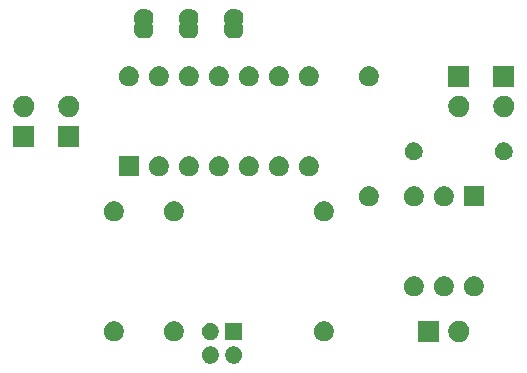
<source format=gbr>
G04 #@! TF.GenerationSoftware,KiCad,Pcbnew,(5.1.5)-3*
G04 #@! TF.CreationDate,2020-04-21T00:00:34+02:00*
G04 #@! TF.ProjectId,Multiplex,4d756c74-6970-46c6-9578-2e6b69636164,rev?*
G04 #@! TF.SameCoordinates,Original*
G04 #@! TF.FileFunction,Soldermask,Top*
G04 #@! TF.FilePolarity,Negative*
%FSLAX46Y46*%
G04 Gerber Fmt 4.6, Leading zero omitted, Abs format (unit mm)*
G04 Created by KiCad (PCBNEW (5.1.5)-3) date 2020-04-21 00:00:34*
%MOMM*%
%LPD*%
G04 APERTURE LIST*
%ADD10C,0.100000*%
G04 APERTURE END LIST*
D10*
G36*
X158961766Y-121951899D02*
G01*
X159093888Y-122006626D01*
X159093890Y-122006627D01*
X159212798Y-122086079D01*
X159313921Y-122187202D01*
X159313922Y-122187204D01*
X159393374Y-122306112D01*
X159448101Y-122438234D01*
X159476000Y-122578494D01*
X159476000Y-122721506D01*
X159448101Y-122861766D01*
X159393374Y-122993888D01*
X159393373Y-122993890D01*
X159313921Y-123112798D01*
X159212798Y-123213921D01*
X159093890Y-123293373D01*
X159093889Y-123293374D01*
X159093888Y-123293374D01*
X158961766Y-123348101D01*
X158821506Y-123376000D01*
X158678494Y-123376000D01*
X158538234Y-123348101D01*
X158406112Y-123293374D01*
X158406111Y-123293374D01*
X158406110Y-123293373D01*
X158287202Y-123213921D01*
X158186079Y-123112798D01*
X158106627Y-122993890D01*
X158106626Y-122993888D01*
X158051899Y-122861766D01*
X158024000Y-122721506D01*
X158024000Y-122578494D01*
X158051899Y-122438234D01*
X158106626Y-122306112D01*
X158186078Y-122187204D01*
X158186079Y-122187202D01*
X158287202Y-122086079D01*
X158406110Y-122006627D01*
X158406112Y-122006626D01*
X158538234Y-121951899D01*
X158678494Y-121924000D01*
X158821506Y-121924000D01*
X158961766Y-121951899D01*
G37*
G36*
X156961766Y-121951899D02*
G01*
X157093888Y-122006626D01*
X157093890Y-122006627D01*
X157212798Y-122086079D01*
X157313921Y-122187202D01*
X157313922Y-122187204D01*
X157393374Y-122306112D01*
X157448101Y-122438234D01*
X157476000Y-122578494D01*
X157476000Y-122721506D01*
X157448101Y-122861766D01*
X157393374Y-122993888D01*
X157393373Y-122993890D01*
X157313921Y-123112798D01*
X157212798Y-123213921D01*
X157093890Y-123293373D01*
X157093889Y-123293374D01*
X157093888Y-123293374D01*
X156961766Y-123348101D01*
X156821506Y-123376000D01*
X156678494Y-123376000D01*
X156538234Y-123348101D01*
X156406112Y-123293374D01*
X156406111Y-123293374D01*
X156406110Y-123293373D01*
X156287202Y-123213921D01*
X156186079Y-123112798D01*
X156106627Y-122993890D01*
X156106626Y-122993888D01*
X156051899Y-122861766D01*
X156024000Y-122721506D01*
X156024000Y-122578494D01*
X156051899Y-122438234D01*
X156106626Y-122306112D01*
X156186078Y-122187204D01*
X156186079Y-122187202D01*
X156287202Y-122086079D01*
X156406110Y-122006627D01*
X156406112Y-122006626D01*
X156538234Y-121951899D01*
X156678494Y-121924000D01*
X156821506Y-121924000D01*
X156961766Y-121951899D01*
G37*
G36*
X176161000Y-121551000D02*
G01*
X174359000Y-121551000D01*
X174359000Y-119749000D01*
X176161000Y-119749000D01*
X176161000Y-121551000D01*
G37*
G36*
X177913512Y-119753927D02*
G01*
X178062812Y-119783624D01*
X178226784Y-119851544D01*
X178374354Y-119950147D01*
X178499853Y-120075646D01*
X178598456Y-120223216D01*
X178666376Y-120387188D01*
X178701000Y-120561259D01*
X178701000Y-120738741D01*
X178666376Y-120912812D01*
X178598456Y-121076784D01*
X178499853Y-121224354D01*
X178374354Y-121349853D01*
X178226784Y-121448456D01*
X178062812Y-121516376D01*
X177913512Y-121546073D01*
X177888742Y-121551000D01*
X177711258Y-121551000D01*
X177686488Y-121546073D01*
X177537188Y-121516376D01*
X177373216Y-121448456D01*
X177225646Y-121349853D01*
X177100147Y-121224354D01*
X177001544Y-121076784D01*
X176933624Y-120912812D01*
X176899000Y-120738741D01*
X176899000Y-120561259D01*
X176933624Y-120387188D01*
X177001544Y-120223216D01*
X177100147Y-120075646D01*
X177225646Y-119950147D01*
X177373216Y-119851544D01*
X177537188Y-119783624D01*
X177686488Y-119753927D01*
X177711258Y-119749000D01*
X177888742Y-119749000D01*
X177913512Y-119753927D01*
G37*
G36*
X166618228Y-119831703D02*
G01*
X166773100Y-119895853D01*
X166912481Y-119988985D01*
X167031015Y-120107519D01*
X167124147Y-120246900D01*
X167188297Y-120401772D01*
X167221000Y-120566184D01*
X167221000Y-120733816D01*
X167188297Y-120898228D01*
X167124147Y-121053100D01*
X167031015Y-121192481D01*
X166912481Y-121311015D01*
X166773100Y-121404147D01*
X166618228Y-121468297D01*
X166453816Y-121501000D01*
X166286184Y-121501000D01*
X166121772Y-121468297D01*
X165966900Y-121404147D01*
X165827519Y-121311015D01*
X165708985Y-121192481D01*
X165615853Y-121053100D01*
X165551703Y-120898228D01*
X165519000Y-120733816D01*
X165519000Y-120566184D01*
X165551703Y-120401772D01*
X165615853Y-120246900D01*
X165708985Y-120107519D01*
X165827519Y-119988985D01*
X165966900Y-119895853D01*
X166121772Y-119831703D01*
X166286184Y-119799000D01*
X166453816Y-119799000D01*
X166618228Y-119831703D01*
G37*
G36*
X153918228Y-119831703D02*
G01*
X154073100Y-119895853D01*
X154212481Y-119988985D01*
X154331015Y-120107519D01*
X154424147Y-120246900D01*
X154488297Y-120401772D01*
X154521000Y-120566184D01*
X154521000Y-120733816D01*
X154488297Y-120898228D01*
X154424147Y-121053100D01*
X154331015Y-121192481D01*
X154212481Y-121311015D01*
X154073100Y-121404147D01*
X153918228Y-121468297D01*
X153753816Y-121501000D01*
X153586184Y-121501000D01*
X153421772Y-121468297D01*
X153266900Y-121404147D01*
X153127519Y-121311015D01*
X153008985Y-121192481D01*
X152915853Y-121053100D01*
X152851703Y-120898228D01*
X152819000Y-120733816D01*
X152819000Y-120566184D01*
X152851703Y-120401772D01*
X152915853Y-120246900D01*
X153008985Y-120107519D01*
X153127519Y-119988985D01*
X153266900Y-119895853D01*
X153421772Y-119831703D01*
X153586184Y-119799000D01*
X153753816Y-119799000D01*
X153918228Y-119831703D01*
G37*
G36*
X148838228Y-119831703D02*
G01*
X148993100Y-119895853D01*
X149132481Y-119988985D01*
X149251015Y-120107519D01*
X149344147Y-120246900D01*
X149408297Y-120401772D01*
X149441000Y-120566184D01*
X149441000Y-120733816D01*
X149408297Y-120898228D01*
X149344147Y-121053100D01*
X149251015Y-121192481D01*
X149132481Y-121311015D01*
X148993100Y-121404147D01*
X148838228Y-121468297D01*
X148673816Y-121501000D01*
X148506184Y-121501000D01*
X148341772Y-121468297D01*
X148186900Y-121404147D01*
X148047519Y-121311015D01*
X147928985Y-121192481D01*
X147835853Y-121053100D01*
X147771703Y-120898228D01*
X147739000Y-120733816D01*
X147739000Y-120566184D01*
X147771703Y-120401772D01*
X147835853Y-120246900D01*
X147928985Y-120107519D01*
X148047519Y-119988985D01*
X148186900Y-119895853D01*
X148341772Y-119831703D01*
X148506184Y-119799000D01*
X148673816Y-119799000D01*
X148838228Y-119831703D01*
G37*
G36*
X159476000Y-121376000D02*
G01*
X158024000Y-121376000D01*
X158024000Y-119924000D01*
X159476000Y-119924000D01*
X159476000Y-121376000D01*
G37*
G36*
X156961766Y-119951899D02*
G01*
X157093888Y-120006626D01*
X157093890Y-120006627D01*
X157212798Y-120086079D01*
X157313921Y-120187202D01*
X157393373Y-120306110D01*
X157393374Y-120306112D01*
X157448101Y-120438234D01*
X157476000Y-120578494D01*
X157476000Y-120721506D01*
X157448101Y-120861766D01*
X157393374Y-120993888D01*
X157393373Y-120993890D01*
X157313921Y-121112798D01*
X157212798Y-121213921D01*
X157093890Y-121293373D01*
X157093889Y-121293374D01*
X157093888Y-121293374D01*
X156961766Y-121348101D01*
X156821506Y-121376000D01*
X156678494Y-121376000D01*
X156538234Y-121348101D01*
X156406112Y-121293374D01*
X156406111Y-121293374D01*
X156406110Y-121293373D01*
X156287202Y-121213921D01*
X156186079Y-121112798D01*
X156106627Y-120993890D01*
X156106626Y-120993888D01*
X156051899Y-120861766D01*
X156024000Y-120721506D01*
X156024000Y-120578494D01*
X156051899Y-120438234D01*
X156106626Y-120306112D01*
X156106627Y-120306110D01*
X156186079Y-120187202D01*
X156287202Y-120086079D01*
X156406110Y-120006627D01*
X156406112Y-120006626D01*
X156538234Y-119951899D01*
X156678494Y-119924000D01*
X156821506Y-119924000D01*
X156961766Y-119951899D01*
G37*
G36*
X179318228Y-116021703D02*
G01*
X179473100Y-116085853D01*
X179612481Y-116178985D01*
X179731015Y-116297519D01*
X179824147Y-116436900D01*
X179888297Y-116591772D01*
X179921000Y-116756184D01*
X179921000Y-116923816D01*
X179888297Y-117088228D01*
X179824147Y-117243100D01*
X179731015Y-117382481D01*
X179612481Y-117501015D01*
X179473100Y-117594147D01*
X179318228Y-117658297D01*
X179153816Y-117691000D01*
X178986184Y-117691000D01*
X178821772Y-117658297D01*
X178666900Y-117594147D01*
X178527519Y-117501015D01*
X178408985Y-117382481D01*
X178315853Y-117243100D01*
X178251703Y-117088228D01*
X178219000Y-116923816D01*
X178219000Y-116756184D01*
X178251703Y-116591772D01*
X178315853Y-116436900D01*
X178408985Y-116297519D01*
X178527519Y-116178985D01*
X178666900Y-116085853D01*
X178821772Y-116021703D01*
X178986184Y-115989000D01*
X179153816Y-115989000D01*
X179318228Y-116021703D01*
G37*
G36*
X176778228Y-116021703D02*
G01*
X176933100Y-116085853D01*
X177072481Y-116178985D01*
X177191015Y-116297519D01*
X177284147Y-116436900D01*
X177348297Y-116591772D01*
X177381000Y-116756184D01*
X177381000Y-116923816D01*
X177348297Y-117088228D01*
X177284147Y-117243100D01*
X177191015Y-117382481D01*
X177072481Y-117501015D01*
X176933100Y-117594147D01*
X176778228Y-117658297D01*
X176613816Y-117691000D01*
X176446184Y-117691000D01*
X176281772Y-117658297D01*
X176126900Y-117594147D01*
X175987519Y-117501015D01*
X175868985Y-117382481D01*
X175775853Y-117243100D01*
X175711703Y-117088228D01*
X175679000Y-116923816D01*
X175679000Y-116756184D01*
X175711703Y-116591772D01*
X175775853Y-116436900D01*
X175868985Y-116297519D01*
X175987519Y-116178985D01*
X176126900Y-116085853D01*
X176281772Y-116021703D01*
X176446184Y-115989000D01*
X176613816Y-115989000D01*
X176778228Y-116021703D01*
G37*
G36*
X174238228Y-116021703D02*
G01*
X174393100Y-116085853D01*
X174532481Y-116178985D01*
X174651015Y-116297519D01*
X174744147Y-116436900D01*
X174808297Y-116591772D01*
X174841000Y-116756184D01*
X174841000Y-116923816D01*
X174808297Y-117088228D01*
X174744147Y-117243100D01*
X174651015Y-117382481D01*
X174532481Y-117501015D01*
X174393100Y-117594147D01*
X174238228Y-117658297D01*
X174073816Y-117691000D01*
X173906184Y-117691000D01*
X173741772Y-117658297D01*
X173586900Y-117594147D01*
X173447519Y-117501015D01*
X173328985Y-117382481D01*
X173235853Y-117243100D01*
X173171703Y-117088228D01*
X173139000Y-116923816D01*
X173139000Y-116756184D01*
X173171703Y-116591772D01*
X173235853Y-116436900D01*
X173328985Y-116297519D01*
X173447519Y-116178985D01*
X173586900Y-116085853D01*
X173741772Y-116021703D01*
X173906184Y-115989000D01*
X174073816Y-115989000D01*
X174238228Y-116021703D01*
G37*
G36*
X166618228Y-109671703D02*
G01*
X166773100Y-109735853D01*
X166912481Y-109828985D01*
X167031015Y-109947519D01*
X167124147Y-110086900D01*
X167188297Y-110241772D01*
X167221000Y-110406184D01*
X167221000Y-110573816D01*
X167188297Y-110738228D01*
X167124147Y-110893100D01*
X167031015Y-111032481D01*
X166912481Y-111151015D01*
X166773100Y-111244147D01*
X166618228Y-111308297D01*
X166453816Y-111341000D01*
X166286184Y-111341000D01*
X166121772Y-111308297D01*
X165966900Y-111244147D01*
X165827519Y-111151015D01*
X165708985Y-111032481D01*
X165615853Y-110893100D01*
X165551703Y-110738228D01*
X165519000Y-110573816D01*
X165519000Y-110406184D01*
X165551703Y-110241772D01*
X165615853Y-110086900D01*
X165708985Y-109947519D01*
X165827519Y-109828985D01*
X165966900Y-109735853D01*
X166121772Y-109671703D01*
X166286184Y-109639000D01*
X166453816Y-109639000D01*
X166618228Y-109671703D01*
G37*
G36*
X148838228Y-109671703D02*
G01*
X148993100Y-109735853D01*
X149132481Y-109828985D01*
X149251015Y-109947519D01*
X149344147Y-110086900D01*
X149408297Y-110241772D01*
X149441000Y-110406184D01*
X149441000Y-110573816D01*
X149408297Y-110738228D01*
X149344147Y-110893100D01*
X149251015Y-111032481D01*
X149132481Y-111151015D01*
X148993100Y-111244147D01*
X148838228Y-111308297D01*
X148673816Y-111341000D01*
X148506184Y-111341000D01*
X148341772Y-111308297D01*
X148186900Y-111244147D01*
X148047519Y-111151015D01*
X147928985Y-111032481D01*
X147835853Y-110893100D01*
X147771703Y-110738228D01*
X147739000Y-110573816D01*
X147739000Y-110406184D01*
X147771703Y-110241772D01*
X147835853Y-110086900D01*
X147928985Y-109947519D01*
X148047519Y-109828985D01*
X148186900Y-109735853D01*
X148341772Y-109671703D01*
X148506184Y-109639000D01*
X148673816Y-109639000D01*
X148838228Y-109671703D01*
G37*
G36*
X153918228Y-109671703D02*
G01*
X154073100Y-109735853D01*
X154212481Y-109828985D01*
X154331015Y-109947519D01*
X154424147Y-110086900D01*
X154488297Y-110241772D01*
X154521000Y-110406184D01*
X154521000Y-110573816D01*
X154488297Y-110738228D01*
X154424147Y-110893100D01*
X154331015Y-111032481D01*
X154212481Y-111151015D01*
X154073100Y-111244147D01*
X153918228Y-111308297D01*
X153753816Y-111341000D01*
X153586184Y-111341000D01*
X153421772Y-111308297D01*
X153266900Y-111244147D01*
X153127519Y-111151015D01*
X153008985Y-111032481D01*
X152915853Y-110893100D01*
X152851703Y-110738228D01*
X152819000Y-110573816D01*
X152819000Y-110406184D01*
X152851703Y-110241772D01*
X152915853Y-110086900D01*
X153008985Y-109947519D01*
X153127519Y-109828985D01*
X153266900Y-109735853D01*
X153421772Y-109671703D01*
X153586184Y-109639000D01*
X153753816Y-109639000D01*
X153918228Y-109671703D01*
G37*
G36*
X170428228Y-108401703D02*
G01*
X170583100Y-108465853D01*
X170722481Y-108558985D01*
X170841015Y-108677519D01*
X170934147Y-108816900D01*
X170998297Y-108971772D01*
X171031000Y-109136184D01*
X171031000Y-109303816D01*
X170998297Y-109468228D01*
X170934147Y-109623100D01*
X170841015Y-109762481D01*
X170722481Y-109881015D01*
X170583100Y-109974147D01*
X170428228Y-110038297D01*
X170263816Y-110071000D01*
X170096184Y-110071000D01*
X169931772Y-110038297D01*
X169776900Y-109974147D01*
X169637519Y-109881015D01*
X169518985Y-109762481D01*
X169425853Y-109623100D01*
X169361703Y-109468228D01*
X169329000Y-109303816D01*
X169329000Y-109136184D01*
X169361703Y-108971772D01*
X169425853Y-108816900D01*
X169518985Y-108677519D01*
X169637519Y-108558985D01*
X169776900Y-108465853D01*
X169931772Y-108401703D01*
X170096184Y-108369000D01*
X170263816Y-108369000D01*
X170428228Y-108401703D01*
G37*
G36*
X179921000Y-110071000D02*
G01*
X178219000Y-110071000D01*
X178219000Y-108369000D01*
X179921000Y-108369000D01*
X179921000Y-110071000D01*
G37*
G36*
X176778228Y-108401703D02*
G01*
X176933100Y-108465853D01*
X177072481Y-108558985D01*
X177191015Y-108677519D01*
X177284147Y-108816900D01*
X177348297Y-108971772D01*
X177381000Y-109136184D01*
X177381000Y-109303816D01*
X177348297Y-109468228D01*
X177284147Y-109623100D01*
X177191015Y-109762481D01*
X177072481Y-109881015D01*
X176933100Y-109974147D01*
X176778228Y-110038297D01*
X176613816Y-110071000D01*
X176446184Y-110071000D01*
X176281772Y-110038297D01*
X176126900Y-109974147D01*
X175987519Y-109881015D01*
X175868985Y-109762481D01*
X175775853Y-109623100D01*
X175711703Y-109468228D01*
X175679000Y-109303816D01*
X175679000Y-109136184D01*
X175711703Y-108971772D01*
X175775853Y-108816900D01*
X175868985Y-108677519D01*
X175987519Y-108558985D01*
X176126900Y-108465853D01*
X176281772Y-108401703D01*
X176446184Y-108369000D01*
X176613816Y-108369000D01*
X176778228Y-108401703D01*
G37*
G36*
X174238228Y-108401703D02*
G01*
X174393100Y-108465853D01*
X174532481Y-108558985D01*
X174651015Y-108677519D01*
X174744147Y-108816900D01*
X174808297Y-108971772D01*
X174841000Y-109136184D01*
X174841000Y-109303816D01*
X174808297Y-109468228D01*
X174744147Y-109623100D01*
X174651015Y-109762481D01*
X174532481Y-109881015D01*
X174393100Y-109974147D01*
X174238228Y-110038297D01*
X174073816Y-110071000D01*
X173906184Y-110071000D01*
X173741772Y-110038297D01*
X173586900Y-109974147D01*
X173447519Y-109881015D01*
X173328985Y-109762481D01*
X173235853Y-109623100D01*
X173171703Y-109468228D01*
X173139000Y-109303816D01*
X173139000Y-109136184D01*
X173171703Y-108971772D01*
X173235853Y-108816900D01*
X173328985Y-108677519D01*
X173447519Y-108558985D01*
X173586900Y-108465853D01*
X173741772Y-108401703D01*
X173906184Y-108369000D01*
X174073816Y-108369000D01*
X174238228Y-108401703D01*
G37*
G36*
X152648228Y-105861703D02*
G01*
X152803100Y-105925853D01*
X152942481Y-106018985D01*
X153061015Y-106137519D01*
X153154147Y-106276900D01*
X153218297Y-106431772D01*
X153251000Y-106596184D01*
X153251000Y-106763816D01*
X153218297Y-106928228D01*
X153154147Y-107083100D01*
X153061015Y-107222481D01*
X152942481Y-107341015D01*
X152803100Y-107434147D01*
X152648228Y-107498297D01*
X152483816Y-107531000D01*
X152316184Y-107531000D01*
X152151772Y-107498297D01*
X151996900Y-107434147D01*
X151857519Y-107341015D01*
X151738985Y-107222481D01*
X151645853Y-107083100D01*
X151581703Y-106928228D01*
X151549000Y-106763816D01*
X151549000Y-106596184D01*
X151581703Y-106431772D01*
X151645853Y-106276900D01*
X151738985Y-106137519D01*
X151857519Y-106018985D01*
X151996900Y-105925853D01*
X152151772Y-105861703D01*
X152316184Y-105829000D01*
X152483816Y-105829000D01*
X152648228Y-105861703D01*
G37*
G36*
X155188228Y-105861703D02*
G01*
X155343100Y-105925853D01*
X155482481Y-106018985D01*
X155601015Y-106137519D01*
X155694147Y-106276900D01*
X155758297Y-106431772D01*
X155791000Y-106596184D01*
X155791000Y-106763816D01*
X155758297Y-106928228D01*
X155694147Y-107083100D01*
X155601015Y-107222481D01*
X155482481Y-107341015D01*
X155343100Y-107434147D01*
X155188228Y-107498297D01*
X155023816Y-107531000D01*
X154856184Y-107531000D01*
X154691772Y-107498297D01*
X154536900Y-107434147D01*
X154397519Y-107341015D01*
X154278985Y-107222481D01*
X154185853Y-107083100D01*
X154121703Y-106928228D01*
X154089000Y-106763816D01*
X154089000Y-106596184D01*
X154121703Y-106431772D01*
X154185853Y-106276900D01*
X154278985Y-106137519D01*
X154397519Y-106018985D01*
X154536900Y-105925853D01*
X154691772Y-105861703D01*
X154856184Y-105829000D01*
X155023816Y-105829000D01*
X155188228Y-105861703D01*
G37*
G36*
X157728228Y-105861703D02*
G01*
X157883100Y-105925853D01*
X158022481Y-106018985D01*
X158141015Y-106137519D01*
X158234147Y-106276900D01*
X158298297Y-106431772D01*
X158331000Y-106596184D01*
X158331000Y-106763816D01*
X158298297Y-106928228D01*
X158234147Y-107083100D01*
X158141015Y-107222481D01*
X158022481Y-107341015D01*
X157883100Y-107434147D01*
X157728228Y-107498297D01*
X157563816Y-107531000D01*
X157396184Y-107531000D01*
X157231772Y-107498297D01*
X157076900Y-107434147D01*
X156937519Y-107341015D01*
X156818985Y-107222481D01*
X156725853Y-107083100D01*
X156661703Y-106928228D01*
X156629000Y-106763816D01*
X156629000Y-106596184D01*
X156661703Y-106431772D01*
X156725853Y-106276900D01*
X156818985Y-106137519D01*
X156937519Y-106018985D01*
X157076900Y-105925853D01*
X157231772Y-105861703D01*
X157396184Y-105829000D01*
X157563816Y-105829000D01*
X157728228Y-105861703D01*
G37*
G36*
X162808228Y-105861703D02*
G01*
X162963100Y-105925853D01*
X163102481Y-106018985D01*
X163221015Y-106137519D01*
X163314147Y-106276900D01*
X163378297Y-106431772D01*
X163411000Y-106596184D01*
X163411000Y-106763816D01*
X163378297Y-106928228D01*
X163314147Y-107083100D01*
X163221015Y-107222481D01*
X163102481Y-107341015D01*
X162963100Y-107434147D01*
X162808228Y-107498297D01*
X162643816Y-107531000D01*
X162476184Y-107531000D01*
X162311772Y-107498297D01*
X162156900Y-107434147D01*
X162017519Y-107341015D01*
X161898985Y-107222481D01*
X161805853Y-107083100D01*
X161741703Y-106928228D01*
X161709000Y-106763816D01*
X161709000Y-106596184D01*
X161741703Y-106431772D01*
X161805853Y-106276900D01*
X161898985Y-106137519D01*
X162017519Y-106018985D01*
X162156900Y-105925853D01*
X162311772Y-105861703D01*
X162476184Y-105829000D01*
X162643816Y-105829000D01*
X162808228Y-105861703D01*
G37*
G36*
X165348228Y-105861703D02*
G01*
X165503100Y-105925853D01*
X165642481Y-106018985D01*
X165761015Y-106137519D01*
X165854147Y-106276900D01*
X165918297Y-106431772D01*
X165951000Y-106596184D01*
X165951000Y-106763816D01*
X165918297Y-106928228D01*
X165854147Y-107083100D01*
X165761015Y-107222481D01*
X165642481Y-107341015D01*
X165503100Y-107434147D01*
X165348228Y-107498297D01*
X165183816Y-107531000D01*
X165016184Y-107531000D01*
X164851772Y-107498297D01*
X164696900Y-107434147D01*
X164557519Y-107341015D01*
X164438985Y-107222481D01*
X164345853Y-107083100D01*
X164281703Y-106928228D01*
X164249000Y-106763816D01*
X164249000Y-106596184D01*
X164281703Y-106431772D01*
X164345853Y-106276900D01*
X164438985Y-106137519D01*
X164557519Y-106018985D01*
X164696900Y-105925853D01*
X164851772Y-105861703D01*
X165016184Y-105829000D01*
X165183816Y-105829000D01*
X165348228Y-105861703D01*
G37*
G36*
X150711000Y-107531000D02*
G01*
X149009000Y-107531000D01*
X149009000Y-105829000D01*
X150711000Y-105829000D01*
X150711000Y-107531000D01*
G37*
G36*
X160268228Y-105861703D02*
G01*
X160423100Y-105925853D01*
X160562481Y-106018985D01*
X160681015Y-106137519D01*
X160774147Y-106276900D01*
X160838297Y-106431772D01*
X160871000Y-106596184D01*
X160871000Y-106763816D01*
X160838297Y-106928228D01*
X160774147Y-107083100D01*
X160681015Y-107222481D01*
X160562481Y-107341015D01*
X160423100Y-107434147D01*
X160268228Y-107498297D01*
X160103816Y-107531000D01*
X159936184Y-107531000D01*
X159771772Y-107498297D01*
X159616900Y-107434147D01*
X159477519Y-107341015D01*
X159358985Y-107222481D01*
X159265853Y-107083100D01*
X159201703Y-106928228D01*
X159169000Y-106763816D01*
X159169000Y-106596184D01*
X159201703Y-106431772D01*
X159265853Y-106276900D01*
X159358985Y-106137519D01*
X159477519Y-106018985D01*
X159616900Y-105925853D01*
X159771772Y-105861703D01*
X159936184Y-105829000D01*
X160103816Y-105829000D01*
X160268228Y-105861703D01*
G37*
G36*
X181829059Y-104687860D02*
G01*
X181965732Y-104744472D01*
X182088735Y-104826660D01*
X182193340Y-104931265D01*
X182275528Y-105054268D01*
X182332140Y-105190941D01*
X182361000Y-105336033D01*
X182361000Y-105483967D01*
X182332140Y-105629059D01*
X182275528Y-105765732D01*
X182193340Y-105888735D01*
X182088735Y-105993340D01*
X181965732Y-106075528D01*
X181965731Y-106075529D01*
X181965730Y-106075529D01*
X181829059Y-106132140D01*
X181683968Y-106161000D01*
X181536032Y-106161000D01*
X181390941Y-106132140D01*
X181254270Y-106075529D01*
X181254269Y-106075529D01*
X181254268Y-106075528D01*
X181131265Y-105993340D01*
X181026660Y-105888735D01*
X180944472Y-105765732D01*
X180887860Y-105629059D01*
X180859000Y-105483967D01*
X180859000Y-105336033D01*
X180887860Y-105190941D01*
X180944472Y-105054268D01*
X181026660Y-104931265D01*
X181131265Y-104826660D01*
X181254268Y-104744472D01*
X181390941Y-104687860D01*
X181536032Y-104659000D01*
X181683968Y-104659000D01*
X181829059Y-104687860D01*
G37*
G36*
X174209059Y-104687860D02*
G01*
X174345732Y-104744472D01*
X174468735Y-104826660D01*
X174573340Y-104931265D01*
X174655528Y-105054268D01*
X174712140Y-105190941D01*
X174741000Y-105336033D01*
X174741000Y-105483967D01*
X174712140Y-105629059D01*
X174655528Y-105765732D01*
X174573340Y-105888735D01*
X174468735Y-105993340D01*
X174345732Y-106075528D01*
X174345731Y-106075529D01*
X174345730Y-106075529D01*
X174209059Y-106132140D01*
X174063968Y-106161000D01*
X173916032Y-106161000D01*
X173770941Y-106132140D01*
X173634270Y-106075529D01*
X173634269Y-106075529D01*
X173634268Y-106075528D01*
X173511265Y-105993340D01*
X173406660Y-105888735D01*
X173324472Y-105765732D01*
X173267860Y-105629059D01*
X173239000Y-105483967D01*
X173239000Y-105336033D01*
X173267860Y-105190941D01*
X173324472Y-105054268D01*
X173406660Y-104931265D01*
X173511265Y-104826660D01*
X173634268Y-104744472D01*
X173770941Y-104687860D01*
X173916032Y-104659000D01*
X174063968Y-104659000D01*
X174209059Y-104687860D01*
G37*
G36*
X141871000Y-105041000D02*
G01*
X140069000Y-105041000D01*
X140069000Y-103239000D01*
X141871000Y-103239000D01*
X141871000Y-105041000D01*
G37*
G36*
X145681000Y-105041000D02*
G01*
X143879000Y-105041000D01*
X143879000Y-103239000D01*
X145681000Y-103239000D01*
X145681000Y-105041000D01*
G37*
G36*
X177913512Y-100703927D02*
G01*
X178062812Y-100733624D01*
X178226784Y-100801544D01*
X178374354Y-100900147D01*
X178499853Y-101025646D01*
X178598456Y-101173216D01*
X178666376Y-101337188D01*
X178701000Y-101511259D01*
X178701000Y-101688741D01*
X178666376Y-101862812D01*
X178598456Y-102026784D01*
X178499853Y-102174354D01*
X178374354Y-102299853D01*
X178226784Y-102398456D01*
X178062812Y-102466376D01*
X177913512Y-102496073D01*
X177888742Y-102501000D01*
X177711258Y-102501000D01*
X177686488Y-102496073D01*
X177537188Y-102466376D01*
X177373216Y-102398456D01*
X177225646Y-102299853D01*
X177100147Y-102174354D01*
X177001544Y-102026784D01*
X176933624Y-101862812D01*
X176899000Y-101688741D01*
X176899000Y-101511259D01*
X176933624Y-101337188D01*
X177001544Y-101173216D01*
X177100147Y-101025646D01*
X177225646Y-100900147D01*
X177373216Y-100801544D01*
X177537188Y-100733624D01*
X177686488Y-100703927D01*
X177711258Y-100699000D01*
X177888742Y-100699000D01*
X177913512Y-100703927D01*
G37*
G36*
X181723512Y-100703927D02*
G01*
X181872812Y-100733624D01*
X182036784Y-100801544D01*
X182184354Y-100900147D01*
X182309853Y-101025646D01*
X182408456Y-101173216D01*
X182476376Y-101337188D01*
X182511000Y-101511259D01*
X182511000Y-101688741D01*
X182476376Y-101862812D01*
X182408456Y-102026784D01*
X182309853Y-102174354D01*
X182184354Y-102299853D01*
X182036784Y-102398456D01*
X181872812Y-102466376D01*
X181723512Y-102496073D01*
X181698742Y-102501000D01*
X181521258Y-102501000D01*
X181496488Y-102496073D01*
X181347188Y-102466376D01*
X181183216Y-102398456D01*
X181035646Y-102299853D01*
X180910147Y-102174354D01*
X180811544Y-102026784D01*
X180743624Y-101862812D01*
X180709000Y-101688741D01*
X180709000Y-101511259D01*
X180743624Y-101337188D01*
X180811544Y-101173216D01*
X180910147Y-101025646D01*
X181035646Y-100900147D01*
X181183216Y-100801544D01*
X181347188Y-100733624D01*
X181496488Y-100703927D01*
X181521258Y-100699000D01*
X181698742Y-100699000D01*
X181723512Y-100703927D01*
G37*
G36*
X141083512Y-100703927D02*
G01*
X141232812Y-100733624D01*
X141396784Y-100801544D01*
X141544354Y-100900147D01*
X141669853Y-101025646D01*
X141768456Y-101173216D01*
X141836376Y-101337188D01*
X141871000Y-101511259D01*
X141871000Y-101688741D01*
X141836376Y-101862812D01*
X141768456Y-102026784D01*
X141669853Y-102174354D01*
X141544354Y-102299853D01*
X141396784Y-102398456D01*
X141232812Y-102466376D01*
X141083512Y-102496073D01*
X141058742Y-102501000D01*
X140881258Y-102501000D01*
X140856488Y-102496073D01*
X140707188Y-102466376D01*
X140543216Y-102398456D01*
X140395646Y-102299853D01*
X140270147Y-102174354D01*
X140171544Y-102026784D01*
X140103624Y-101862812D01*
X140069000Y-101688741D01*
X140069000Y-101511259D01*
X140103624Y-101337188D01*
X140171544Y-101173216D01*
X140270147Y-101025646D01*
X140395646Y-100900147D01*
X140543216Y-100801544D01*
X140707188Y-100733624D01*
X140856488Y-100703927D01*
X140881258Y-100699000D01*
X141058742Y-100699000D01*
X141083512Y-100703927D01*
G37*
G36*
X144893512Y-100703927D02*
G01*
X145042812Y-100733624D01*
X145206784Y-100801544D01*
X145354354Y-100900147D01*
X145479853Y-101025646D01*
X145578456Y-101173216D01*
X145646376Y-101337188D01*
X145681000Y-101511259D01*
X145681000Y-101688741D01*
X145646376Y-101862812D01*
X145578456Y-102026784D01*
X145479853Y-102174354D01*
X145354354Y-102299853D01*
X145206784Y-102398456D01*
X145042812Y-102466376D01*
X144893512Y-102496073D01*
X144868742Y-102501000D01*
X144691258Y-102501000D01*
X144666488Y-102496073D01*
X144517188Y-102466376D01*
X144353216Y-102398456D01*
X144205646Y-102299853D01*
X144080147Y-102174354D01*
X143981544Y-102026784D01*
X143913624Y-101862812D01*
X143879000Y-101688741D01*
X143879000Y-101511259D01*
X143913624Y-101337188D01*
X143981544Y-101173216D01*
X144080147Y-101025646D01*
X144205646Y-100900147D01*
X144353216Y-100801544D01*
X144517188Y-100733624D01*
X144666488Y-100703927D01*
X144691258Y-100699000D01*
X144868742Y-100699000D01*
X144893512Y-100703927D01*
G37*
G36*
X178701000Y-99961000D02*
G01*
X176899000Y-99961000D01*
X176899000Y-98159000D01*
X178701000Y-98159000D01*
X178701000Y-99961000D01*
G37*
G36*
X182511000Y-99961000D02*
G01*
X180709000Y-99961000D01*
X180709000Y-98159000D01*
X182511000Y-98159000D01*
X182511000Y-99961000D01*
G37*
G36*
X152648228Y-98241703D02*
G01*
X152803100Y-98305853D01*
X152942481Y-98398985D01*
X153061015Y-98517519D01*
X153154147Y-98656900D01*
X153218297Y-98811772D01*
X153251000Y-98976184D01*
X153251000Y-99143816D01*
X153218297Y-99308228D01*
X153154147Y-99463100D01*
X153061015Y-99602481D01*
X152942481Y-99721015D01*
X152803100Y-99814147D01*
X152648228Y-99878297D01*
X152483816Y-99911000D01*
X152316184Y-99911000D01*
X152151772Y-99878297D01*
X151996900Y-99814147D01*
X151857519Y-99721015D01*
X151738985Y-99602481D01*
X151645853Y-99463100D01*
X151581703Y-99308228D01*
X151549000Y-99143816D01*
X151549000Y-98976184D01*
X151581703Y-98811772D01*
X151645853Y-98656900D01*
X151738985Y-98517519D01*
X151857519Y-98398985D01*
X151996900Y-98305853D01*
X152151772Y-98241703D01*
X152316184Y-98209000D01*
X152483816Y-98209000D01*
X152648228Y-98241703D01*
G37*
G36*
X155188228Y-98241703D02*
G01*
X155343100Y-98305853D01*
X155482481Y-98398985D01*
X155601015Y-98517519D01*
X155694147Y-98656900D01*
X155758297Y-98811772D01*
X155791000Y-98976184D01*
X155791000Y-99143816D01*
X155758297Y-99308228D01*
X155694147Y-99463100D01*
X155601015Y-99602481D01*
X155482481Y-99721015D01*
X155343100Y-99814147D01*
X155188228Y-99878297D01*
X155023816Y-99911000D01*
X154856184Y-99911000D01*
X154691772Y-99878297D01*
X154536900Y-99814147D01*
X154397519Y-99721015D01*
X154278985Y-99602481D01*
X154185853Y-99463100D01*
X154121703Y-99308228D01*
X154089000Y-99143816D01*
X154089000Y-98976184D01*
X154121703Y-98811772D01*
X154185853Y-98656900D01*
X154278985Y-98517519D01*
X154397519Y-98398985D01*
X154536900Y-98305853D01*
X154691772Y-98241703D01*
X154856184Y-98209000D01*
X155023816Y-98209000D01*
X155188228Y-98241703D01*
G37*
G36*
X157728228Y-98241703D02*
G01*
X157883100Y-98305853D01*
X158022481Y-98398985D01*
X158141015Y-98517519D01*
X158234147Y-98656900D01*
X158298297Y-98811772D01*
X158331000Y-98976184D01*
X158331000Y-99143816D01*
X158298297Y-99308228D01*
X158234147Y-99463100D01*
X158141015Y-99602481D01*
X158022481Y-99721015D01*
X157883100Y-99814147D01*
X157728228Y-99878297D01*
X157563816Y-99911000D01*
X157396184Y-99911000D01*
X157231772Y-99878297D01*
X157076900Y-99814147D01*
X156937519Y-99721015D01*
X156818985Y-99602481D01*
X156725853Y-99463100D01*
X156661703Y-99308228D01*
X156629000Y-99143816D01*
X156629000Y-98976184D01*
X156661703Y-98811772D01*
X156725853Y-98656900D01*
X156818985Y-98517519D01*
X156937519Y-98398985D01*
X157076900Y-98305853D01*
X157231772Y-98241703D01*
X157396184Y-98209000D01*
X157563816Y-98209000D01*
X157728228Y-98241703D01*
G37*
G36*
X160268228Y-98241703D02*
G01*
X160423100Y-98305853D01*
X160562481Y-98398985D01*
X160681015Y-98517519D01*
X160774147Y-98656900D01*
X160838297Y-98811772D01*
X160871000Y-98976184D01*
X160871000Y-99143816D01*
X160838297Y-99308228D01*
X160774147Y-99463100D01*
X160681015Y-99602481D01*
X160562481Y-99721015D01*
X160423100Y-99814147D01*
X160268228Y-99878297D01*
X160103816Y-99911000D01*
X159936184Y-99911000D01*
X159771772Y-99878297D01*
X159616900Y-99814147D01*
X159477519Y-99721015D01*
X159358985Y-99602481D01*
X159265853Y-99463100D01*
X159201703Y-99308228D01*
X159169000Y-99143816D01*
X159169000Y-98976184D01*
X159201703Y-98811772D01*
X159265853Y-98656900D01*
X159358985Y-98517519D01*
X159477519Y-98398985D01*
X159616900Y-98305853D01*
X159771772Y-98241703D01*
X159936184Y-98209000D01*
X160103816Y-98209000D01*
X160268228Y-98241703D01*
G37*
G36*
X162808228Y-98241703D02*
G01*
X162963100Y-98305853D01*
X163102481Y-98398985D01*
X163221015Y-98517519D01*
X163314147Y-98656900D01*
X163378297Y-98811772D01*
X163411000Y-98976184D01*
X163411000Y-99143816D01*
X163378297Y-99308228D01*
X163314147Y-99463100D01*
X163221015Y-99602481D01*
X163102481Y-99721015D01*
X162963100Y-99814147D01*
X162808228Y-99878297D01*
X162643816Y-99911000D01*
X162476184Y-99911000D01*
X162311772Y-99878297D01*
X162156900Y-99814147D01*
X162017519Y-99721015D01*
X161898985Y-99602481D01*
X161805853Y-99463100D01*
X161741703Y-99308228D01*
X161709000Y-99143816D01*
X161709000Y-98976184D01*
X161741703Y-98811772D01*
X161805853Y-98656900D01*
X161898985Y-98517519D01*
X162017519Y-98398985D01*
X162156900Y-98305853D01*
X162311772Y-98241703D01*
X162476184Y-98209000D01*
X162643816Y-98209000D01*
X162808228Y-98241703D01*
G37*
G36*
X165348228Y-98241703D02*
G01*
X165503100Y-98305853D01*
X165642481Y-98398985D01*
X165761015Y-98517519D01*
X165854147Y-98656900D01*
X165918297Y-98811772D01*
X165951000Y-98976184D01*
X165951000Y-99143816D01*
X165918297Y-99308228D01*
X165854147Y-99463100D01*
X165761015Y-99602481D01*
X165642481Y-99721015D01*
X165503100Y-99814147D01*
X165348228Y-99878297D01*
X165183816Y-99911000D01*
X165016184Y-99911000D01*
X164851772Y-99878297D01*
X164696900Y-99814147D01*
X164557519Y-99721015D01*
X164438985Y-99602481D01*
X164345853Y-99463100D01*
X164281703Y-99308228D01*
X164249000Y-99143816D01*
X164249000Y-98976184D01*
X164281703Y-98811772D01*
X164345853Y-98656900D01*
X164438985Y-98517519D01*
X164557519Y-98398985D01*
X164696900Y-98305853D01*
X164851772Y-98241703D01*
X165016184Y-98209000D01*
X165183816Y-98209000D01*
X165348228Y-98241703D01*
G37*
G36*
X150108228Y-98241703D02*
G01*
X150263100Y-98305853D01*
X150402481Y-98398985D01*
X150521015Y-98517519D01*
X150614147Y-98656900D01*
X150678297Y-98811772D01*
X150711000Y-98976184D01*
X150711000Y-99143816D01*
X150678297Y-99308228D01*
X150614147Y-99463100D01*
X150521015Y-99602481D01*
X150402481Y-99721015D01*
X150263100Y-99814147D01*
X150108228Y-99878297D01*
X149943816Y-99911000D01*
X149776184Y-99911000D01*
X149611772Y-99878297D01*
X149456900Y-99814147D01*
X149317519Y-99721015D01*
X149198985Y-99602481D01*
X149105853Y-99463100D01*
X149041703Y-99308228D01*
X149009000Y-99143816D01*
X149009000Y-98976184D01*
X149041703Y-98811772D01*
X149105853Y-98656900D01*
X149198985Y-98517519D01*
X149317519Y-98398985D01*
X149456900Y-98305853D01*
X149611772Y-98241703D01*
X149776184Y-98209000D01*
X149943816Y-98209000D01*
X150108228Y-98241703D01*
G37*
G36*
X170428228Y-98241703D02*
G01*
X170583100Y-98305853D01*
X170722481Y-98398985D01*
X170841015Y-98517519D01*
X170934147Y-98656900D01*
X170998297Y-98811772D01*
X171031000Y-98976184D01*
X171031000Y-99143816D01*
X170998297Y-99308228D01*
X170934147Y-99463100D01*
X170841015Y-99602481D01*
X170722481Y-99721015D01*
X170583100Y-99814147D01*
X170428228Y-99878297D01*
X170263816Y-99911000D01*
X170096184Y-99911000D01*
X169931772Y-99878297D01*
X169776900Y-99814147D01*
X169637519Y-99721015D01*
X169518985Y-99602481D01*
X169425853Y-99463100D01*
X169361703Y-99308228D01*
X169329000Y-99143816D01*
X169329000Y-98976184D01*
X169361703Y-98811772D01*
X169425853Y-98656900D01*
X169518985Y-98517519D01*
X169637519Y-98398985D01*
X169776900Y-98305853D01*
X169931772Y-98241703D01*
X170096184Y-98209000D01*
X170263816Y-98209000D01*
X170428228Y-98241703D01*
G37*
G36*
X155202199Y-93399954D02*
G01*
X155214450Y-93400556D01*
X155232869Y-93400556D01*
X155255149Y-93402750D01*
X155339233Y-93419476D01*
X155360660Y-93425976D01*
X155439858Y-93458780D01*
X155445303Y-93461691D01*
X155445309Y-93461693D01*
X155454169Y-93466429D01*
X155454173Y-93466432D01*
X155459614Y-93469340D01*
X155530899Y-93516971D01*
X155548204Y-93531172D01*
X155608828Y-93591796D01*
X155623029Y-93609101D01*
X155670660Y-93680386D01*
X155673568Y-93685827D01*
X155673571Y-93685831D01*
X155678307Y-93694691D01*
X155678309Y-93694697D01*
X155681220Y-93700142D01*
X155714024Y-93779340D01*
X155720524Y-93800767D01*
X155737250Y-93884851D01*
X155739444Y-93907131D01*
X155739444Y-93925550D01*
X155740046Y-93937801D01*
X155741852Y-93956139D01*
X155741852Y-94443860D01*
X155740263Y-94459999D01*
X155737348Y-94469608D01*
X155732610Y-94478472D01*
X155726237Y-94486237D01*
X155713794Y-94496448D01*
X155703425Y-94503378D01*
X155686098Y-94520705D01*
X155672485Y-94541080D01*
X155663109Y-94563720D01*
X155658329Y-94587753D01*
X155658330Y-94612257D01*
X155663112Y-94636290D01*
X155672490Y-94658929D01*
X155686105Y-94679302D01*
X155703432Y-94696629D01*
X155713802Y-94703558D01*
X155726237Y-94713763D01*
X155732610Y-94721528D01*
X155737348Y-94730392D01*
X155740263Y-94740001D01*
X155741852Y-94756140D01*
X155741852Y-95243862D01*
X155740046Y-95262199D01*
X155739444Y-95274450D01*
X155739444Y-95292869D01*
X155737250Y-95315149D01*
X155720524Y-95399233D01*
X155714024Y-95420660D01*
X155681220Y-95499858D01*
X155678309Y-95505303D01*
X155678307Y-95505309D01*
X155673571Y-95514169D01*
X155673568Y-95514173D01*
X155670660Y-95519614D01*
X155623029Y-95590899D01*
X155608828Y-95608204D01*
X155548204Y-95668828D01*
X155530899Y-95683029D01*
X155459614Y-95730660D01*
X155454173Y-95733568D01*
X155454169Y-95733571D01*
X155445309Y-95738307D01*
X155445303Y-95738309D01*
X155439858Y-95741220D01*
X155360660Y-95774024D01*
X155339233Y-95780524D01*
X155255149Y-95797250D01*
X155232869Y-95799444D01*
X155214450Y-95799444D01*
X155202199Y-95800046D01*
X155183862Y-95801852D01*
X154696138Y-95801852D01*
X154677801Y-95800046D01*
X154665550Y-95799444D01*
X154647131Y-95799444D01*
X154624851Y-95797250D01*
X154540767Y-95780524D01*
X154519340Y-95774024D01*
X154440142Y-95741220D01*
X154434697Y-95738309D01*
X154434691Y-95738307D01*
X154425831Y-95733571D01*
X154425827Y-95733568D01*
X154420386Y-95730660D01*
X154349101Y-95683029D01*
X154331796Y-95668828D01*
X154271172Y-95608204D01*
X154256971Y-95590899D01*
X154209340Y-95519614D01*
X154206432Y-95514173D01*
X154206429Y-95514169D01*
X154201693Y-95505309D01*
X154201691Y-95505303D01*
X154198780Y-95499858D01*
X154165976Y-95420660D01*
X154159476Y-95399233D01*
X154142750Y-95315149D01*
X154140556Y-95292869D01*
X154140556Y-95274450D01*
X154139954Y-95262199D01*
X154138148Y-95243862D01*
X154138148Y-94756140D01*
X154139737Y-94740001D01*
X154142652Y-94730392D01*
X154147390Y-94721528D01*
X154153763Y-94713763D01*
X154166206Y-94703552D01*
X154176575Y-94696622D01*
X154193902Y-94679295D01*
X154207515Y-94658920D01*
X154216891Y-94636280D01*
X154221671Y-94612247D01*
X154221670Y-94587743D01*
X154216888Y-94563710D01*
X154207510Y-94541071D01*
X154193895Y-94520698D01*
X154176568Y-94503371D01*
X154166198Y-94496442D01*
X154153763Y-94486237D01*
X154147390Y-94478472D01*
X154142652Y-94469608D01*
X154139737Y-94459999D01*
X154138148Y-94443860D01*
X154138148Y-93956139D01*
X154139954Y-93937801D01*
X154140556Y-93925550D01*
X154140556Y-93907131D01*
X154142750Y-93884851D01*
X154159476Y-93800767D01*
X154165976Y-93779340D01*
X154198780Y-93700142D01*
X154201691Y-93694697D01*
X154201693Y-93694691D01*
X154206429Y-93685831D01*
X154206432Y-93685827D01*
X154209340Y-93680386D01*
X154256971Y-93609101D01*
X154271172Y-93591796D01*
X154331796Y-93531172D01*
X154349101Y-93516971D01*
X154420386Y-93469340D01*
X154425827Y-93466432D01*
X154425831Y-93466429D01*
X154434691Y-93461693D01*
X154434697Y-93461691D01*
X154440142Y-93458780D01*
X154519340Y-93425976D01*
X154540767Y-93419476D01*
X154624851Y-93402750D01*
X154647131Y-93400556D01*
X154665550Y-93400556D01*
X154677801Y-93399954D01*
X154696139Y-93398148D01*
X155183861Y-93398148D01*
X155202199Y-93399954D01*
G37*
G36*
X151392199Y-93399954D02*
G01*
X151404450Y-93400556D01*
X151422869Y-93400556D01*
X151445149Y-93402750D01*
X151529233Y-93419476D01*
X151550660Y-93425976D01*
X151629858Y-93458780D01*
X151635303Y-93461691D01*
X151635309Y-93461693D01*
X151644169Y-93466429D01*
X151644173Y-93466432D01*
X151649614Y-93469340D01*
X151720899Y-93516971D01*
X151738204Y-93531172D01*
X151798828Y-93591796D01*
X151813029Y-93609101D01*
X151860660Y-93680386D01*
X151863568Y-93685827D01*
X151863571Y-93685831D01*
X151868307Y-93694691D01*
X151868309Y-93694697D01*
X151871220Y-93700142D01*
X151904024Y-93779340D01*
X151910524Y-93800767D01*
X151927250Y-93884851D01*
X151929444Y-93907131D01*
X151929444Y-93925550D01*
X151930046Y-93937801D01*
X151931852Y-93956139D01*
X151931852Y-94443860D01*
X151930263Y-94459999D01*
X151927348Y-94469608D01*
X151922610Y-94478472D01*
X151916237Y-94486237D01*
X151903794Y-94496448D01*
X151893425Y-94503378D01*
X151876098Y-94520705D01*
X151862485Y-94541080D01*
X151853109Y-94563720D01*
X151848329Y-94587753D01*
X151848330Y-94612257D01*
X151853112Y-94636290D01*
X151862490Y-94658929D01*
X151876105Y-94679302D01*
X151893432Y-94696629D01*
X151903802Y-94703558D01*
X151916237Y-94713763D01*
X151922610Y-94721528D01*
X151927348Y-94730392D01*
X151930263Y-94740001D01*
X151931852Y-94756140D01*
X151931852Y-95243862D01*
X151930046Y-95262199D01*
X151929444Y-95274450D01*
X151929444Y-95292869D01*
X151927250Y-95315149D01*
X151910524Y-95399233D01*
X151904024Y-95420660D01*
X151871220Y-95499858D01*
X151868309Y-95505303D01*
X151868307Y-95505309D01*
X151863571Y-95514169D01*
X151863568Y-95514173D01*
X151860660Y-95519614D01*
X151813029Y-95590899D01*
X151798828Y-95608204D01*
X151738204Y-95668828D01*
X151720899Y-95683029D01*
X151649614Y-95730660D01*
X151644173Y-95733568D01*
X151644169Y-95733571D01*
X151635309Y-95738307D01*
X151635303Y-95738309D01*
X151629858Y-95741220D01*
X151550660Y-95774024D01*
X151529233Y-95780524D01*
X151445149Y-95797250D01*
X151422869Y-95799444D01*
X151404450Y-95799444D01*
X151392199Y-95800046D01*
X151373862Y-95801852D01*
X150886138Y-95801852D01*
X150867801Y-95800046D01*
X150855550Y-95799444D01*
X150837131Y-95799444D01*
X150814851Y-95797250D01*
X150730767Y-95780524D01*
X150709340Y-95774024D01*
X150630142Y-95741220D01*
X150624697Y-95738309D01*
X150624691Y-95738307D01*
X150615831Y-95733571D01*
X150615827Y-95733568D01*
X150610386Y-95730660D01*
X150539101Y-95683029D01*
X150521796Y-95668828D01*
X150461172Y-95608204D01*
X150446971Y-95590899D01*
X150399340Y-95519614D01*
X150396432Y-95514173D01*
X150396429Y-95514169D01*
X150391693Y-95505309D01*
X150391691Y-95505303D01*
X150388780Y-95499858D01*
X150355976Y-95420660D01*
X150349476Y-95399233D01*
X150332750Y-95315149D01*
X150330556Y-95292869D01*
X150330556Y-95274450D01*
X150329954Y-95262199D01*
X150328148Y-95243862D01*
X150328148Y-94756140D01*
X150329737Y-94740001D01*
X150332652Y-94730392D01*
X150337390Y-94721528D01*
X150343763Y-94713763D01*
X150356206Y-94703552D01*
X150366575Y-94696622D01*
X150383902Y-94679295D01*
X150397515Y-94658920D01*
X150406891Y-94636280D01*
X150411671Y-94612247D01*
X150411670Y-94587743D01*
X150406888Y-94563710D01*
X150397510Y-94541071D01*
X150383895Y-94520698D01*
X150366568Y-94503371D01*
X150356198Y-94496442D01*
X150343763Y-94486237D01*
X150337390Y-94478472D01*
X150332652Y-94469608D01*
X150329737Y-94459999D01*
X150328148Y-94443860D01*
X150328148Y-93956139D01*
X150329954Y-93937801D01*
X150330556Y-93925550D01*
X150330556Y-93907131D01*
X150332750Y-93884851D01*
X150349476Y-93800767D01*
X150355976Y-93779340D01*
X150388780Y-93700142D01*
X150391691Y-93694697D01*
X150391693Y-93694691D01*
X150396429Y-93685831D01*
X150396432Y-93685827D01*
X150399340Y-93680386D01*
X150446971Y-93609101D01*
X150461172Y-93591796D01*
X150521796Y-93531172D01*
X150539101Y-93516971D01*
X150610386Y-93469340D01*
X150615827Y-93466432D01*
X150615831Y-93466429D01*
X150624691Y-93461693D01*
X150624697Y-93461691D01*
X150630142Y-93458780D01*
X150709340Y-93425976D01*
X150730767Y-93419476D01*
X150814851Y-93402750D01*
X150837131Y-93400556D01*
X150855550Y-93400556D01*
X150867801Y-93399954D01*
X150886139Y-93398148D01*
X151373861Y-93398148D01*
X151392199Y-93399954D01*
G37*
G36*
X159012199Y-93399954D02*
G01*
X159024450Y-93400556D01*
X159042869Y-93400556D01*
X159065149Y-93402750D01*
X159149233Y-93419476D01*
X159170660Y-93425976D01*
X159249858Y-93458780D01*
X159255303Y-93461691D01*
X159255309Y-93461693D01*
X159264169Y-93466429D01*
X159264173Y-93466432D01*
X159269614Y-93469340D01*
X159340899Y-93516971D01*
X159358204Y-93531172D01*
X159418828Y-93591796D01*
X159433029Y-93609101D01*
X159480660Y-93680386D01*
X159483568Y-93685827D01*
X159483571Y-93685831D01*
X159488307Y-93694691D01*
X159488309Y-93694697D01*
X159491220Y-93700142D01*
X159524024Y-93779340D01*
X159530524Y-93800767D01*
X159547250Y-93884851D01*
X159549444Y-93907131D01*
X159549444Y-93925550D01*
X159550046Y-93937801D01*
X159551852Y-93956139D01*
X159551852Y-94443860D01*
X159550263Y-94459999D01*
X159547348Y-94469608D01*
X159542610Y-94478472D01*
X159536237Y-94486237D01*
X159523794Y-94496448D01*
X159513425Y-94503378D01*
X159496098Y-94520705D01*
X159482485Y-94541080D01*
X159473109Y-94563720D01*
X159468329Y-94587753D01*
X159468330Y-94612257D01*
X159473112Y-94636290D01*
X159482490Y-94658929D01*
X159496105Y-94679302D01*
X159513432Y-94696629D01*
X159523802Y-94703558D01*
X159536237Y-94713763D01*
X159542610Y-94721528D01*
X159547348Y-94730392D01*
X159550263Y-94740001D01*
X159551852Y-94756140D01*
X159551852Y-95243862D01*
X159550046Y-95262199D01*
X159549444Y-95274450D01*
X159549444Y-95292869D01*
X159547250Y-95315149D01*
X159530524Y-95399233D01*
X159524024Y-95420660D01*
X159491220Y-95499858D01*
X159488309Y-95505303D01*
X159488307Y-95505309D01*
X159483571Y-95514169D01*
X159483568Y-95514173D01*
X159480660Y-95519614D01*
X159433029Y-95590899D01*
X159418828Y-95608204D01*
X159358204Y-95668828D01*
X159340899Y-95683029D01*
X159269614Y-95730660D01*
X159264173Y-95733568D01*
X159264169Y-95733571D01*
X159255309Y-95738307D01*
X159255303Y-95738309D01*
X159249858Y-95741220D01*
X159170660Y-95774024D01*
X159149233Y-95780524D01*
X159065149Y-95797250D01*
X159042869Y-95799444D01*
X159024450Y-95799444D01*
X159012199Y-95800046D01*
X158993862Y-95801852D01*
X158506138Y-95801852D01*
X158487801Y-95800046D01*
X158475550Y-95799444D01*
X158457131Y-95799444D01*
X158434851Y-95797250D01*
X158350767Y-95780524D01*
X158329340Y-95774024D01*
X158250142Y-95741220D01*
X158244697Y-95738309D01*
X158244691Y-95738307D01*
X158235831Y-95733571D01*
X158235827Y-95733568D01*
X158230386Y-95730660D01*
X158159101Y-95683029D01*
X158141796Y-95668828D01*
X158081172Y-95608204D01*
X158066971Y-95590899D01*
X158019340Y-95519614D01*
X158016432Y-95514173D01*
X158016429Y-95514169D01*
X158011693Y-95505309D01*
X158011691Y-95505303D01*
X158008780Y-95499858D01*
X157975976Y-95420660D01*
X157969476Y-95399233D01*
X157952750Y-95315149D01*
X157950556Y-95292869D01*
X157950556Y-95274450D01*
X157949954Y-95262199D01*
X157948148Y-95243862D01*
X157948148Y-94756140D01*
X157949737Y-94740001D01*
X157952652Y-94730392D01*
X157957390Y-94721528D01*
X157963763Y-94713763D01*
X157976206Y-94703552D01*
X157986575Y-94696622D01*
X158003902Y-94679295D01*
X158017515Y-94658920D01*
X158026891Y-94636280D01*
X158031671Y-94612247D01*
X158031670Y-94587743D01*
X158026888Y-94563710D01*
X158017510Y-94541071D01*
X158003895Y-94520698D01*
X157986568Y-94503371D01*
X157976198Y-94496442D01*
X157963763Y-94486237D01*
X157957390Y-94478472D01*
X157952652Y-94469608D01*
X157949737Y-94459999D01*
X157948148Y-94443860D01*
X157948148Y-93956139D01*
X157949954Y-93937801D01*
X157950556Y-93925550D01*
X157950556Y-93907131D01*
X157952750Y-93884851D01*
X157969476Y-93800767D01*
X157975976Y-93779340D01*
X158008780Y-93700142D01*
X158011691Y-93694697D01*
X158011693Y-93694691D01*
X158016429Y-93685831D01*
X158016432Y-93685827D01*
X158019340Y-93680386D01*
X158066971Y-93609101D01*
X158081172Y-93591796D01*
X158141796Y-93531172D01*
X158159101Y-93516971D01*
X158230386Y-93469340D01*
X158235827Y-93466432D01*
X158235831Y-93466429D01*
X158244691Y-93461693D01*
X158244697Y-93461691D01*
X158250142Y-93458780D01*
X158329340Y-93425976D01*
X158350767Y-93419476D01*
X158434851Y-93402750D01*
X158457131Y-93400556D01*
X158475550Y-93400556D01*
X158487801Y-93399954D01*
X158506139Y-93398148D01*
X158993861Y-93398148D01*
X159012199Y-93399954D01*
G37*
M02*

</source>
